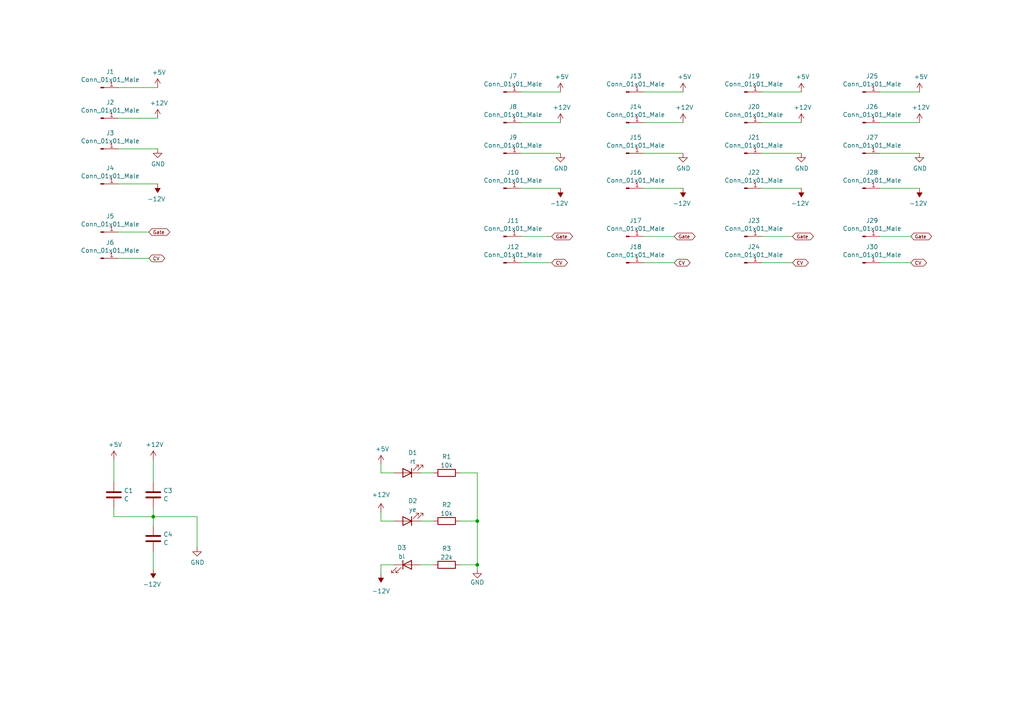
<source format=kicad_sch>
(kicad_sch (version 20231120) (generator "eeschema") (generator_version "8.0")
  (paper "A4")
  (title_block (title "moPsy Eurorack Power Distributor"))
  (lib_symbols
    (symbol "Device:C" (pin_numbers hide) (pin_names (offset 0.254))
      (property "Reference" "C" (at 0.635 2.54 0))
      (property "Value" "C" (at 0.635 -2.54 0))
      (symbol "C_0_1"
        (polyline (pts (xy -2.032 -0.762) (xy 2.032 -0.762)) (stroke (width 0.508)))
        (polyline (pts (xy -2.032 0.762) (xy 2.032 0.762)) (stroke (width 0.508)))
      )
      (symbol "C_1_1"
        (pin passive line (at 0 3.81 270) (length 2.794) (name "~") (number "1"))
        (pin passive line (at 0 -3.81 90) (length 2.794) (name "~") (number "2"))
      )
    )
    (symbol "Device:LED" (pin_numbers hide) (pin_names (offset 1.016) hide)
      (property "Reference" "D" (at 0 2.54 0))
      (property "Value" "LED" (at 0 -2.54 0))
      (symbol "LED_0_1"
        (polyline (pts (xy -1.27 -1.27) (xy -1.27 1.27)) (stroke (width 0.254)))
        (polyline (pts (xy -1.27 0) (xy 1.27 0)))
        (polyline (pts (xy 1.27 -1.27) (xy 1.27 1.27) (xy -1.27 0) (xy 1.27 -1.27)) (stroke (width 0.254)))
        (polyline (pts (xy -3.048 -0.762) (xy -4.572 -2.286) (xy -3.81 -2.286) (xy -4.572 -2.286) (xy -4.572 -1.524)))
        (polyline (pts (xy -1.778 -0.762) (xy -3.302 -2.286) (xy -2.54 -2.286) (xy -3.302 -2.286) (xy -3.302 -1.524)))
      )
      (symbol "LED_1_1"
        (pin passive line (at -3.81 0 0) (length 2.54) (name "K") (number "1"))
        (pin passive line (at 3.81 0 180) (length 2.54) (name "A") (number "2"))
      )
    )
    (symbol "Device:R" (pin_numbers hide) (pin_names (offset 0))
      (property "Reference" "R" (at 2.032 0 90))
      (property "Value" "R" (at 0 0 90))
      (symbol "R_0_1"
        (rectangle (start -1.016 -2.54) (end 1.016 2.54) (stroke (width 0.254)))
      )
      (symbol "R_1_1"
        (pin passive line (at 0 3.81 270) (length 1.27) (name "~") (number "1"))
        (pin passive line (at 0 -3.81 90) (length 1.27) (name "~") (number "2"))
      )
    )
    (symbol "mopsy_BusBoard_2-rescue:+12V-power" (power) (pin_names (offset 0))
      (property "Value" "power_+12V" (at 0 3.556 0))
      (symbol "+12V-power_0_1"
        (polyline (pts (xy -0.762 1.27) (xy 0 2.54)))
        (polyline (pts (xy 0 0) (xy 0 2.54)))
        (polyline (pts (xy 0 2.54) (xy 0.762 1.27)))
      )
      (symbol "+12V-power_1_1"
        (pin power_in line (at 0 0 90) (length 0) hide (name "+12V") (number "1"))
      )
    )
    (symbol "mopsy_BusBoard_2-rescue:+5V-power" (power) (pin_names (offset 0))
      (property "Value" "power_+5V" (at 0 3.556 0))
      (symbol "+5V-power_0_1"
        (polyline (pts (xy -0.762 1.27) (xy 0 2.54)))
        (polyline (pts (xy 0 0) (xy 0 2.54)))
        (polyline (pts (xy 0 2.54) (xy 0.762 1.27)))
      )
      (symbol "+5V-power_1_1"
        (pin power_in line (at 0 0 90) (length 0) hide (name "+5V") (number "1"))
      )
    )
    (symbol "mopsy_BusBoard_2-rescue:-12V-power" (power) (pin_names (offset 0))
      (property "Value" "power_-12V" (at 0 3.81 0))
      (symbol "-12V-power_0_0"
        (pin power_in line (at 0 0 90) (length 0) hide (name "-12V") (number "1"))
      )
      (symbol "-12V-power_0_1"
        (polyline (pts (xy 0 0) (xy 0 1.27) (xy 0.762 1.27) (xy 0 2.54) (xy -0.762 1.27) (xy 0 1.27)) (fill (type outline)))
      )
    )
    (symbol "mopsy_BusBoard_2-rescue:Conn_01x01_Male-Connector" (pin_names (offset 1.016) hide)
      (property "Reference" "J" (at 0 2.54 0))
      (property "Value" "Connector_Conn_01x01_Male" (at 0 -2.54 0))
      (symbol "Conn_01x01_Male-Connector_1_1"
        (polyline (pts (xy 1.27 0) (xy 0.8636 0)) (stroke (width 0.1524)))
        (rectangle (start 0.8636 0.127) (end 0 -0.127) (stroke (width 0.1524)) (fill (type outline)))
        (pin passive line (at 5.08 0 180) (length 3.81) (name "Pin_1") (number "1"))
      )
    )
    (symbol "mopsy_BusBoard_2-rescue:GND-power" (power) (pin_names (offset 0))
      (property "Value" "power_GND" (at 0 -3.81 0))
      (symbol "GND-power_0_1"
        (polyline (pts (xy 0 0) (xy 0 -1.27) (xy 1.27 -1.27) (xy 0 -2.54) (xy -1.27 -1.27) (xy 0 -1.27)))
      )
      (symbol "GND-power_1_1"
        (pin power_in line (at 0 0 270) (length 0) hide (name "GND") (number "1"))
      )
    )
    (symbol "power:+12V" (power) (pin_names (offset 0))
      (property "Value" "+12V" (at 0 3.556 0))
      (symbol "+12V_0_1"
        (polyline (pts (xy -0.762 1.27) (xy 0 2.54)))
        (polyline (pts (xy 0 0) (xy 0 2.54)))
        (polyline (pts (xy 0 2.54) (xy 0.762 1.27)))
      )
      (symbol "+12V_1_1"
        (pin power_in line (at 0 0 90) (length 0) hide (name "+12V") (number "1"))
      )
    )
    (symbol "power:-12V" (power) (pin_names (offset 0))
      (property "Value" "-12V" (at 0 3.81 0))
      (symbol "-12V_0_0"
        (pin power_in line (at 0 0 90) (length 0) hide (name "-12V") (number "1"))
      )
      (symbol "-12V_0_1"
        (polyline (pts (xy 0 0) (xy 0 1.27) (xy 0.762 1.27) (xy 0 2.54) (xy -0.762 1.27) (xy 0 1.27)) (fill (type outline)))
      )
    )
    (symbol "power:GND" (power) (pin_names (offset 0))
      (property "Value" "GND" (at 0 -3.81 0))
      (symbol "GND_0_1"
        (polyline (pts (xy 0 0) (xy 0 -1.27) (xy 1.27 -1.27) (xy 0 -2.54) (xy -1.27 -1.27) (xy 0 -1.27)))
      )
      (symbol "GND_1_1"
        (pin power_in line (at 0 0 270) (length 0) hide (name "GND") (number "1"))
      )
    )
  )
  (junction (at 138.43 163.83))
  (junction (at 138.43 151.13))
  (junction (at 44.45 149.86))
  (wire (pts (xy 186.69 44.45) (xy 198.12 44.45)))
  (wire (pts (xy 110.49 163.83) (xy 110.49 166.37)))
  (wire (pts (xy 232.41 35.56) (xy 220.98 35.56)))
  (wire (pts (xy 110.49 151.13) (xy 114.3 151.13)))
  (wire (pts (xy 255.27 44.45) (xy 266.7 44.45)))
  (wire (pts (xy 162.56 35.56) (xy 151.13 35.56)))
  (wire (pts (xy 33.02 149.86) (xy 44.45 149.86)))
  (wire (pts (xy 121.92 163.83) (xy 125.73 163.83)))
  (wire (pts (xy 255.27 26.67) (xy 266.7 26.67)))
  (wire (pts (xy 255.27 54.61) (xy 266.7 54.61)))
  (wire (pts (xy 110.49 134.62) (xy 110.49 137.16)))
  (wire (pts (xy 220.98 26.67) (xy 232.41 26.67)))
  (wire (pts (xy 121.92 151.13) (xy 125.73 151.13)))
  (wire (pts (xy 34.29 74.93) (xy 43.18 74.93)))
  (wire (pts (xy 220.98 68.58) (xy 229.87 68.58)))
  (wire (pts (xy 186.69 68.58) (xy 195.58 68.58)))
  (wire (pts (xy 151.13 54.61) (xy 162.56 54.61)))
  (wire (pts (xy 34.29 53.34) (xy 45.72 53.34)))
  (wire (pts (xy 110.49 148.59) (xy 110.49 151.13)))
  (wire (pts (xy 138.43 163.83) (xy 138.43 165.1)))
  (wire (pts (xy 34.29 67.31) (xy 43.18 67.31)))
  (wire (pts (xy 133.35 151.13) (xy 138.43 151.13)))
  (wire (pts (xy 33.02 133.35) (xy 33.02 139.7)))
  (wire (pts (xy 133.35 137.16) (xy 138.43 137.16)))
  (wire (pts (xy 151.13 26.67) (xy 162.56 26.67)))
  (wire (pts (xy 133.35 163.83) (xy 138.43 163.83)))
  (wire (pts (xy 186.69 26.67) (xy 198.12 26.67)))
  (wire (pts (xy 121.92 137.16) (xy 125.73 137.16)))
  (wire (pts (xy 220.98 54.61) (xy 232.41 54.61)))
  (wire (pts (xy 110.49 137.16) (xy 114.3 137.16)))
  (wire (pts (xy 186.69 54.61) (xy 198.12 54.61)))
  (wire (pts (xy 186.69 76.2) (xy 195.58 76.2)))
  (wire (pts (xy 198.12 35.56) (xy 186.69 35.56)))
  (wire (pts (xy 255.27 68.58) (xy 264.16 68.58)))
  (wire (pts (xy 151.13 68.58) (xy 160.02 68.58)))
  (wire (pts (xy 44.45 133.35) (xy 44.45 139.7)))
  (wire (pts (xy 44.45 149.86) (xy 44.45 152.4)))
  (wire (pts (xy 138.43 137.16) (xy 138.43 151.13)))
  (wire (pts (xy 138.43 151.13) (xy 138.43 163.83)))
  (wire (pts (xy 45.72 34.29) (xy 34.29 34.29)))
  (wire (pts (xy 220.98 44.45) (xy 232.41 44.45)))
  (wire (pts (xy 57.15 149.86) (xy 57.15 158.75)))
  (wire (pts (xy 151.13 44.45) (xy 162.56 44.45)))
  (wire (pts (xy 34.29 43.18) (xy 45.72 43.18)))
  (wire (pts (xy 44.45 149.86) (xy 57.15 149.86)))
  (wire (pts (xy 110.49 163.83) (xy 114.3 163.83)))
  (wire (pts (xy 266.7 35.56) (xy 255.27 35.56)))
  (wire (pts (xy 44.45 165.1) (xy 44.45 160.02)))
  (wire (pts (xy 33.02 147.32) (xy 33.02 149.86)))
  (wire (pts (xy 44.45 147.32) (xy 44.45 149.86)))
  (wire (pts (xy 34.29 25.4) (xy 45.72 25.4)))
  (wire (pts (xy 151.13 76.2) (xy 160.02 76.2)))
  (wire (pts (xy 220.98 76.2) (xy 229.87 76.2)))
  (wire (pts (xy 255.27 76.2) (xy 264.16 76.2)))
  (global_label "Gate" (shape bidirectional) (at 264.16 68.58 0) (effects (font (size 0.9906 0.9906))) (property "Intersheetrefs" "${INTERSHEET_REFS}" (effects (hide yes))))
  (global_label "CV" (shape bidirectional) (at 229.87 76.2 0) (effects (font (size 0.9906 0.9906))) (property "Intersheetrefs" "${INTERSHEET_REFS}" (effects (hide yes))))
  (global_label "Gate" (shape bidirectional) (at 195.58 68.58 0) (effects (font (size 0.9906 0.9906))) (property "Intersheetrefs" "${INTERSHEET_REFS}" (effects (hide yes))))
  (global_label "CV" (shape bidirectional) (at 43.18 74.93 0) (effects (font (size 0.9906 0.9906))) (property "Intersheetrefs" "${INTERSHEET_REFS}" (effects (hide yes))))
  (global_label "Gate" (shape bidirectional) (at 43.18 67.31 0) (effects (font (size 0.9906 0.9906))) (property "Intersheetrefs" "${INTERSHEET_REFS}" (effects (hide yes))))
  (global_label "Gate" (shape bidirectional) (at 160.02 68.58 0) (effects (font (size 0.9906 0.9906))) (property "Intersheetrefs" "${INTERSHEET_REFS}" (effects (hide yes))))
  (global_label "CV" (shape bidirectional) (at 195.58 76.2 0) (effects (font (size 0.9906 0.9906))) (property "Intersheetrefs" "${INTERSHEET_REFS}" (effects (hide yes))))
  (global_label "Gate" (shape bidirectional) (at 229.87 68.58 0) (effects (font (size 0.9906 0.9906))) (property "Intersheetrefs" "${INTERSHEET_REFS}" (effects (hide yes))))
  (global_label "CV" (shape bidirectional) (at 160.02 76.2 0) (effects (font (size 0.9906 0.9906))) (property "Intersheetrefs" "${INTERSHEET_REFS}" (effects (hide yes))))
  (global_label "CV" (shape bidirectional) (at 264.16 76.2 0) (effects (font (size 0.9906 0.9906))) (property "Intersheetrefs" "${INTERSHEET_REFS}" (effects (hide yes))))
  (symbol (lib_id "mopsy_BusBoard_2-rescue:Conn_01x01_Male-Connector") (at 250.19 26.67 0) (unit 1)
    (property "Reference" "J25" (at 252.9332 22.0726 0))
    (property "Value" "Conn_01x01_Male" (at 252.9332 24.384 0))
    (property "Footprint" "moPsy:Connector FS-P475" (effects (hide yes)))
  )
  (symbol (lib_id "mopsy_BusBoard_2-rescue:+12V-power") (at 266.7 35.56 0) (unit 1)
    (property "Reference" "#PWR026" (effects (hide yes)))
    (property "Value" "+12V" (at 267.081 31.1658 0))
  )
  (symbol (lib_id "mopsy_BusBoard_2-rescue:Conn_01x01_Male-Connector") (at 29.21 53.34 0) (unit 1)
    (property "Reference" "J4" (at 31.9532 48.7426 0))
    (property "Value" "Conn_01x01_Male" (at 31.9532 51.054 0))
    (property "Footprint" "moPsy:Connector FS-P475" (effects (hide yes)))
  )
  (symbol (lib_id "mopsy_BusBoard_2-rescue:-12V-power") (at 266.7 54.61 180) (unit 1)
    (property "Reference" "#PWR028" (effects (hide yes)))
    (property "Value" "-12V" (at 266.319 59.0042 0))
  )
  (symbol (lib_id "mopsy_BusBoard_2-rescue:Conn_01x01_Male-Connector") (at 181.61 54.61 0) (unit 1)
    (property "Reference" "J16" (at 184.3532 50.0126 0))
    (property "Value" "Conn_01x01_Male" (at 184.3532 52.324 0))
    (property "Footprint" "moPsy:Connector FS-P475" (effects (hide yes)))
  )
  (symbol (lib_id "mopsy_BusBoard_2-rescue:+5V-power") (at 162.56 26.67 0) (unit 1)
    (property "Reference" "#PWR09" (effects (hide yes)))
    (property "Value" "+5V" (at 162.941 22.2758 0))
  )
  (symbol (lib_id "mopsy_BusBoard_2-rescue:+5V-power") (at 266.7 26.67 0) (unit 1)
    (property "Reference" "#PWR025" (effects (hide yes)))
    (property "Value" "+5V" (at 267.081 22.2758 0))
  )
  (symbol (lib_id "Device:C") (at 44.45 143.51 0) (unit 1)
    (property "Reference" "C3" (at 47.371 142.2978 0) (effects (justify left)))
    (property "Value" "C" (at 47.371 144.7221 0) (effects (justify left)))
    (property "Footprint" "Capacitor_THT:C_Rect_L7.0mm_W2.5mm_P5.00mm" (effects (hide yes)))
    (property "Description" "Unpolarized capacitor" (effects (hide yes)))
  )
  (symbol (lib_id "mopsy_BusBoard_2-rescue:-12V-power") (at 232.41 54.61 180) (unit 1)
    (property "Reference" "#PWR024" (effects (hide yes)))
    (property "Value" "-12V" (at 232.029 59.0042 0))
  )
  (symbol (lib_id "mopsy_BusBoard_2-rescue:+12V-power") (at 162.56 35.56 0) (unit 1)
    (property "Reference" "#PWR010" (effects (hide yes)))
    (property "Value" "+12V" (at 162.941 31.1658 0))
  )
  (symbol (lib_id "Device:C") (at 44.45 156.21 0) (unit 1)
    (property "Reference" "C4" (at 47.371 154.9978 0) (effects (justify left)))
    (property "Value" "C" (at 47.371 157.4221 0) (effects (justify left)))
    (property "Footprint" "Capacitor_THT:C_Rect_L7.0mm_W2.5mm_P5.00mm" (effects (hide yes)))
    (property "Description" "Unpolarized capacitor" (effects (hide yes)))
  )
  (symbol (lib_id "mopsy_BusBoard_2-rescue:GND-power") (at 45.72 43.18 0) (unit 1)
    (property "Reference" "#PWR03" (effects (hide yes)))
    (property "Value" "GND" (at 45.847 47.5742 0))
  )
  (symbol (lib_id "mopsy_BusBoard_2-rescue:Conn_01x01_Male-Connector") (at 250.19 44.45 0) (unit 1)
    (property "Reference" "J27" (at 252.9332 39.8526 0))
    (property "Value" "Conn_01x01_Male" (at 252.9332 42.164 0))
    (property "Footprint" "moPsy:Connector FS-P475" (effects (hide yes)))
  )
  (symbol (lib_id "Device:LED") (at 118.11 137.16 180) (unit 1)
    (property "Reference" "D1" (at 119.6975 131.3012 0))
    (property "Value" "rt" (at 119.6975 133.8381 0))
    (property "Footprint" "LED_THT:LED_D3.0mm" (effects (hide yes)))
  )
  (symbol (lib_id "mopsy_BusBoard_2-rescue:Conn_01x01_Male-Connector") (at 215.9 54.61 0) (unit 1)
    (property "Reference" "J22" (at 218.6432 50.0126 0))
    (property "Value" "Conn_01x01_Male" (at 218.6432 52.324 0))
    (property "Footprint" "moPsy:Connector FS-P475" (effects (hide yes)))
  )
  (symbol (lib_id "power:GND") (at 138.43 165.1 0) (unit 1)
    (property "Reference" "#PWR015" (effects (hide yes)))
    (property "Value" "GND" (at 138.43 168.91 0))
  )
  (symbol (lib_id "mopsy_BusBoard_2-rescue:+12V-power") (at 44.45 133.35 0) (unit 1)
    (property "Reference" "#PWR06" (effects (hide yes)))
    (property "Value" "+12V" (at 44.831 128.9558 0))
  )
  (symbol (lib_id "mopsy_BusBoard_2-rescue:Conn_01x01_Male-Connector") (at 146.05 76.2 0) (unit 1)
    (property "Reference" "J12" (at 148.7932 71.6026 0))
    (property "Value" "Conn_01x01_Male" (at 148.7932 73.914 0))
    (property "Footprint" "Connector_Pin:Pin_D0.9mm_L10.0mm_W2.4mm_FlatFork" (effects (hide yes)))
  )
  (symbol (lib_id "mopsy_BusBoard_2-rescue:Conn_01x01_Male-Connector") (at 250.19 35.56 0) (unit 1)
    (property "Reference" "J26" (at 252.9332 30.9626 0))
    (property "Value" "Conn_01x01_Male" (at 252.9332 33.274 0))
    (property "Footprint" "moPsy:Connector FS-P475" (effects (hide yes)))
  )
  (symbol (lib_id "mopsy_BusBoard_2-rescue:Conn_01x01_Male-Connector") (at 29.21 34.29 0) (unit 1)
    (property "Reference" "J2" (at 31.9532 29.6926 0))
    (property "Value" "Conn_01x01_Male" (at 31.9532 32.004 0))
    (property "Footprint" "moPsy:Connector FS-P475" (effects (hide yes)))
  )
  (symbol (lib_id "Device:R") (at 129.54 163.83 90) (unit 1)
    (property "Reference" "R3" (at 129.54 159.1142 90))
    (property "Value" "22k" (at 129.54 161.6511 90))
    (property "Footprint" "Resistor_THT:R_Axial_DIN0207_L6.3mm_D2.5mm_P7.62mm_Horizontal" (effects (hide yes)))
  )
  (symbol (lib_id "Device:R") (at 129.54 137.16 90) (unit 1)
    (property "Reference" "R1" (at 129.54 132.4442 90))
    (property "Value" "10k" (at 129.54 134.9811 90))
    (property "Footprint" "Resistor_THT:R_Axial_DIN0207_L6.3mm_D2.5mm_P7.62mm_Horizontal" (effects (hide yes)))
  )
  (symbol (lib_id "power:-12V") (at 110.49 166.37 180) (unit 1)
    (property "Reference" "#PWR014" (effects (hide yes)))
    (property "Value" "-12V" (at 110.49 171.45 0))
  )
  (symbol (lib_id "Device:LED") (at 118.11 163.83 0) (unit 1)
    (property "Reference" "D3" (at 116.5225 158.8602 0))
    (property "Value" "bl" (at 116.5225 161.3971 0))
    (property "Footprint" "LED_THT:LED_D3.0mm" (effects (hide yes)))
  )
  (symbol (lib_id "Device:C") (at 33.02 143.51 0) (unit 1)
    (property "Reference" "C1" (at 35.941 142.2978 0) (effects (justify left)))
    (property "Value" "C" (at 35.941 144.7221 0) (effects (justify left)))
    (property "Footprint" "Capacitor_THT:C_Rect_L7.0mm_W2.5mm_P5.00mm" (effects (hide yes)))
    (property "Description" "Unpolarized capacitor" (effects (hide yes)))
  )
  (symbol (lib_id "mopsy_BusBoard_2-rescue:Conn_01x01_Male-Connector") (at 215.9 76.2 0) (unit 1)
    (property "Reference" "J24" (at 218.6432 71.6026 0))
    (property "Value" "Conn_01x01_Male" (at 218.6432 73.914 0))
    (property "Footprint" "Connector_Pin:Pin_D0.9mm_L10.0mm_W2.4mm_FlatFork" (effects (hide yes)))
  )
  (symbol (lib_id "mopsy_BusBoard_2-rescue:Conn_01x01_Male-Connector") (at 146.05 26.67 0) (unit 1)
    (property "Reference" "J7" (at 148.7932 22.0726 0))
    (property "Value" "Conn_01x01_Male" (at 148.7932 24.384 0))
    (property "Footprint" "moPsy:Connector FS-P475" (effects (hide yes)))
  )
  (symbol (lib_id "mopsy_BusBoard_2-rescue:+12V-power") (at 232.41 35.56 0) (unit 1)
    (property "Reference" "#PWR022" (effects (hide yes)))
    (property "Value" "+12V" (at 232.791 31.1658 0))
  )
  (symbol (lib_id "mopsy_BusBoard_2-rescue:+5V-power") (at 198.12 26.67 0) (unit 1)
    (property "Reference" "#PWR017" (effects (hide yes)))
    (property "Value" "+5V" (at 198.501 22.2758 0))
  )
  (symbol (lib_id "mopsy_BusBoard_2-rescue:+5V-power") (at 33.02 133.35 0) (unit 1)
    (property "Reference" "#PWR05" (effects (hide yes)))
    (property "Value" "+5V" (at 33.401 128.9558 0))
  )
  (symbol (lib_id "mopsy_BusBoard_2-rescue:+12V-power") (at 198.12 35.56 0) (unit 1)
    (property "Reference" "#PWR018" (effects (hide yes)))
    (property "Value" "+12V" (at 198.501 31.1658 0))
  )
  (symbol (lib_id "mopsy_BusBoard_2-rescue:GND-power") (at 57.15 158.75 0) (unit 1)
    (property "Reference" "#PWR08" (effects (hide yes)))
    (property "Value" "GND" (at 57.277 163.1442 0))
  )
  (symbol (lib_id "Device:LED") (at 118.11 151.13 180) (unit 1)
    (property "Reference" "D2" (at 119.6975 145.2712 0))
    (property "Value" "ye" (at 119.6975 147.8081 0))
    (property "Footprint" "LED_THT:LED_D3.0mm" (effects (hide yes)))
  )
  (symbol (lib_id "mopsy_BusBoard_2-rescue:-12V-power") (at 198.12 54.61 180) (unit 1)
    (property "Reference" "#PWR020" (effects (hide yes)))
    (property "Value" "-12V" (at 197.739 59.0042 0))
  )
  (symbol (lib_id "mopsy_BusBoard_2-rescue:+5V-power") (at 45.72 25.4 0) (unit 1)
    (property "Reference" "#PWR01" (effects (hide yes)))
    (property "Value" "+5V" (at 46.101 21.0058 0))
  )
  (symbol (lib_id "mopsy_BusBoard_2-rescue:Conn_01x01_Male-Connector") (at 181.61 35.56 0) (unit 1)
    (property "Reference" "J14" (at 184.3532 30.9626 0))
    (property "Value" "Conn_01x01_Male" (at 184.3532 33.274 0))
    (property "Footprint" "moPsy:Connector FS-P475" (effects (hide yes)))
  )
  (symbol (lib_id "mopsy_BusBoard_2-rescue:Conn_01x01_Male-Connector") (at 215.9 35.56 0) (unit 1)
    (property "Reference" "J20" (at 218.6432 30.9626 0))
    (property "Value" "Conn_01x01_Male" (at 218.6432 33.274 0))
    (property "Footprint" "moPsy:Connector FS-P475" (effects (hide yes)))
  )
  (symbol (lib_id "mopsy_BusBoard_2-rescue:Conn_01x01_Male-Connector") (at 181.61 68.58 0) (unit 1)
    (property "Reference" "J17" (at 184.3532 63.9826 0))
    (property "Value" "Conn_01x01_Male" (at 184.3532 66.294 0))
    (property "Footprint" "Connector_Pin:Pin_D0.9mm_L10.0mm_W2.4mm_FlatFork" (effects (hide yes)))
  )
  (symbol (lib_id "mopsy_BusBoard_2-rescue:GND-power") (at 198.12 44.45 0) (unit 1)
    (property "Reference" "#PWR019" (effects (hide yes)))
    (property "Value" "GND" (at 198.247 48.8442 0))
  )
  (symbol (lib_id "mopsy_BusBoard_2-rescue:GND-power") (at 266.7 44.45 0) (unit 1)
    (property "Reference" "#PWR027" (effects (hide yes)))
    (property "Value" "GND" (at 266.827 48.8442 0))
  )
  (symbol (lib_id "mopsy_BusBoard_2-rescue:Conn_01x01_Male-Connector") (at 215.9 68.58 0) (unit 1)
    (property "Reference" "J23" (at 218.6432 63.9826 0))
    (property "Value" "Conn_01x01_Male" (at 218.6432 66.294 0))
    (property "Footprint" "Connector_Pin:Pin_D0.9mm_L10.0mm_W2.4mm_FlatFork" (effects (hide yes)))
  )
  (symbol (lib_id "mopsy_BusBoard_2-rescue:-12V-power") (at 44.45 165.1 180) (unit 1)
    (property "Reference" "#PWR07" (effects (hide yes)))
    (property "Value" "-12V" (at 44.069 169.4942 0))
  )
  (symbol (lib_id "mopsy_BusBoard_2-rescue:Conn_01x01_Male-Connector") (at 29.21 25.4 0) (unit 1)
    (property "Reference" "J1" (at 31.9532 20.8026 0))
    (property "Value" "Conn_01x01_Male" (at 31.9532 23.114 0))
    (property "Footprint" "moPsy:Connector FS-P475" (effects (hide yes)))
  )
  (symbol (lib_id "mopsy_BusBoard_2-rescue:Conn_01x01_Male-Connector") (at 181.61 76.2 0) (unit 1)
    (property "Reference" "J18" (at 184.3532 71.6026 0))
    (property "Value" "Conn_01x01_Male" (at 184.3532 73.914 0))
    (property "Footprint" "Connector_Pin:Pin_D0.9mm_L10.0mm_W2.4mm_FlatFork" (effects (hide yes)))
  )
  (symbol (lib_id "mopsy_BusBoard_2-rescue:Conn_01x01_Male-Connector") (at 181.61 44.45 0) (unit 1)
    (property "Reference" "J15" (at 184.3532 39.8526 0))
    (property "Value" "Conn_01x01_Male" (at 184.3532 42.164 0))
    (property "Footprint" "moPsy:Connector FS-P475" (effects (hide yes)))
  )
  (symbol (lib_id "mopsy_BusBoard_2-rescue:+5V-power") (at 232.41 26.67 0) (unit 1)
    (property "Reference" "#PWR021" (effects (hide yes)))
    (property "Value" "+5V" (at 232.791 22.2758 0))
  )
  (symbol (lib_id "mopsy_BusBoard_2-rescue:GND-power") (at 232.41 44.45 0) (unit 1)
    (property "Reference" "#PWR023" (effects (hide yes)))
    (property "Value" "GND" (at 232.537 48.8442 0))
  )
  (symbol (lib_id "mopsy_BusBoard_2-rescue:Conn_01x01_Male-Connector") (at 29.21 74.93 0) (unit 1)
    (property "Reference" "J6" (at 31.9532 70.3326 0))
    (property "Value" "Conn_01x01_Male" (at 31.9532 72.644 0))
    (property "Footprint" "Connector_Pin:Pin_D0.9mm_L10.0mm_W2.4mm_FlatFork" (effects (hide yes)))
  )
  (symbol (lib_id "mopsy_BusBoard_2-rescue:-12V-power") (at 45.72 53.34 180) (unit 1)
    (property "Reference" "#PWR04" (effects (hide yes)))
    (property "Value" "-12V" (at 45.339 57.7342 0))
  )
  (symbol (lib_id "mopsy_BusBoard_2-rescue:Conn_01x01_Male-Connector") (at 146.05 44.45 0) (unit 1)
    (property "Reference" "J9" (at 148.7932 39.8526 0))
    (property "Value" "Conn_01x01_Male" (at 148.7932 42.164 0))
    (property "Footprint" "moPsy:Connector FS-P475" (effects (hide yes)))
  )
  (symbol (lib_id "mopsy_BusBoard_2-rescue:Conn_01x01_Male-Connector") (at 250.19 54.61 0) (unit 1)
    (property "Reference" "J28" (at 252.9332 50.0126 0))
    (property "Value" "Conn_01x01_Male" (at 252.9332 52.324 0))
    (property "Footprint" "moPsy:Connector FS-P475" (effects (hide yes)))
  )
  (symbol (lib_id "mopsy_BusBoard_2-rescue:GND-power") (at 162.56 44.45 0) (unit 1)
    (property "Reference" "#PWR011" (effects (hide yes)))
    (property "Value" "GND" (at 162.687 48.8442 0))
  )
  (symbol (lib_id "mopsy_BusBoard_2-rescue:Conn_01x01_Male-Connector") (at 181.61 26.67 0) (unit 1)
    (property "Reference" "J13" (at 184.3532 22.0726 0))
    (property "Value" "Conn_01x01_Male" (at 184.3532 24.384 0))
    (property "Footprint" "moPsy:Connector FS-P475" (effects (hide yes)))
  )
  (symbol (lib_id "mopsy_BusBoard_2-rescue:Conn_01x01_Male-Connector") (at 250.19 76.2 0) (unit 1)
    (property "Reference" "J30" (at 252.9332 71.6026 0))
    (property "Value" "Conn_01x01_Male" (at 252.9332 73.914 0))
    (property "Footprint" "Connector_Pin:Pin_D0.9mm_L10.0mm_W2.4mm_FlatFork" (effects (hide yes)))
  )
  (symbol (lib_id "mopsy_BusBoard_2-rescue:Conn_01x01_Male-Connector") (at 215.9 26.67 0) (unit 1)
    (property "Reference" "J19" (at 218.6432 22.0726 0))
    (property "Value" "Conn_01x01_Male" (at 218.6432 24.384 0))
    (property "Footprint" "moPsy:Connector FS-P475" (effects (hide yes)))
  )
  (symbol (lib_id "mopsy_BusBoard_2-rescue:-12V-power") (at 162.56 54.61 180) (unit 1)
    (property "Reference" "#PWR012" (effects (hide yes)))
    (property "Value" "-12V" (at 162.179 59.0042 0))
  )
  (symbol (lib_id "mopsy_BusBoard_2-rescue:Conn_01x01_Male-Connector") (at 29.21 67.31 0) (unit 1)
    (property "Reference" "J5" (at 31.9532 62.7126 0))
    (property "Value" "Conn_01x01_Male" (at 31.9532 65.024 0))
    (property "Footprint" "Connector_Pin:Pin_D0.9mm_L10.0mm_W2.4mm_FlatFork" (effects (hide yes)))
  )
  (symbol (lib_id "mopsy_BusBoard_2-rescue:Conn_01x01_Male-Connector") (at 146.05 35.56 0) (unit 1)
    (property "Reference" "J8" (at 148.7932 30.9626 0))
    (property "Value" "Conn_01x01_Male" (at 148.7932 33.274 0))
    (property "Footprint" "moPsy:Connector FS-P475" (effects (hide yes)))
  )
  (symbol (lib_id "mopsy_BusBoard_2-rescue:Conn_01x01_Male-Connector") (at 250.19 68.58 0) (unit 1)
    (property "Reference" "J29" (at 252.9332 63.9826 0))
    (property "Value" "Conn_01x01_Male" (at 252.9332 66.294 0))
    (property "Footprint" "Connector_Pin:Pin_D0.9mm_L10.0mm_W2.4mm_FlatFork" (effects (hide yes)))
  )
  (symbol (lib_id "mopsy_BusBoard_2-rescue:+12V-power") (at 45.72 34.29 0) (unit 1)
    (property "Reference" "#PWR02" (effects (hide yes)))
    (property "Value" "+12V" (at 46.101 29.8958 0))
  )
  (symbol (lib_id "power:+12V") (at 110.49 148.59 0) (unit 1)
    (property "Reference" "#PWR013" (effects (hide yes)))
    (property "Value" "+12V" (at 110.49 143.51 0))
  )
  (symbol (lib_id "mopsy_BusBoard_2-rescue:Conn_01x01_Male-Connector") (at 215.9 44.45 0) (unit 1)
    (property "Reference" "J21" (at 218.6432 39.8526 0))
    (property "Value" "Conn_01x01_Male" (at 218.6432 42.164 0))
    (property "Footprint" "moPsy:Connector FS-P475" (effects (hide yes)))
  )
  (symbol (lib_id "mopsy_BusBoard_2-rescue:Conn_01x01_Male-Connector") (at 146.05 68.58 0) (unit 1)
    (property "Reference" "J11" (at 148.7932 63.9826 0))
    (property "Value" "Conn_01x01_Male" (at 148.7932 66.294 0))
    (property "Footprint" "Connector_Pin:Pin_D0.9mm_L10.0mm_W2.4mm_FlatFork" (effects (hide yes)))
  )
  (symbol (lib_id "Device:R") (at 129.54 151.13 90) (unit 1)
    (property "Reference" "R2" (at 129.54 146.4142 90))
    (property "Value" "10k" (at 129.54 148.9511 90))
    (property "Footprint" "Resistor_THT:R_Axial_DIN0207_L6.3mm_D2.5mm_P7.62mm_Horizontal" (effects (hide yes)))
  )
  (symbol (lib_id "mopsy_BusBoard_2-rescue:Conn_01x01_Male-Connector") (at 29.21 43.18 0) (unit 1)
    (property "Reference" "J3" (at 31.9532 38.5826 0))
    (property "Value" "Conn_01x01_Male" (at 31.9532 40.894 0))
    (property "Footprint" "moPsy:Connector FS-P475" (effects (hide yes)))
  )
  (symbol (lib_id "mopsy_BusBoard_2-rescue:+5V-power") (at 110.49 134.62 0) (unit 1)
    (property "Reference" "#PWR016" (effects (hide yes)))
    (property "Value" "+5V" (at 110.871 130.2258 0))
  )
  (symbol (lib_id "mopsy_BusBoard_2-rescue:Conn_01x01_Male-Connector") (at 146.05 54.61 0) (unit 1)
    (property "Reference" "J10" (at 148.7932 50.0126 0))
    (property "Value" "Conn_01x01_Male" (at 148.7932 52.324 0))
    (property "Footprint" "moPsy:Connector FS-P475" (effects (hide yes)))
  )
)
</source>
